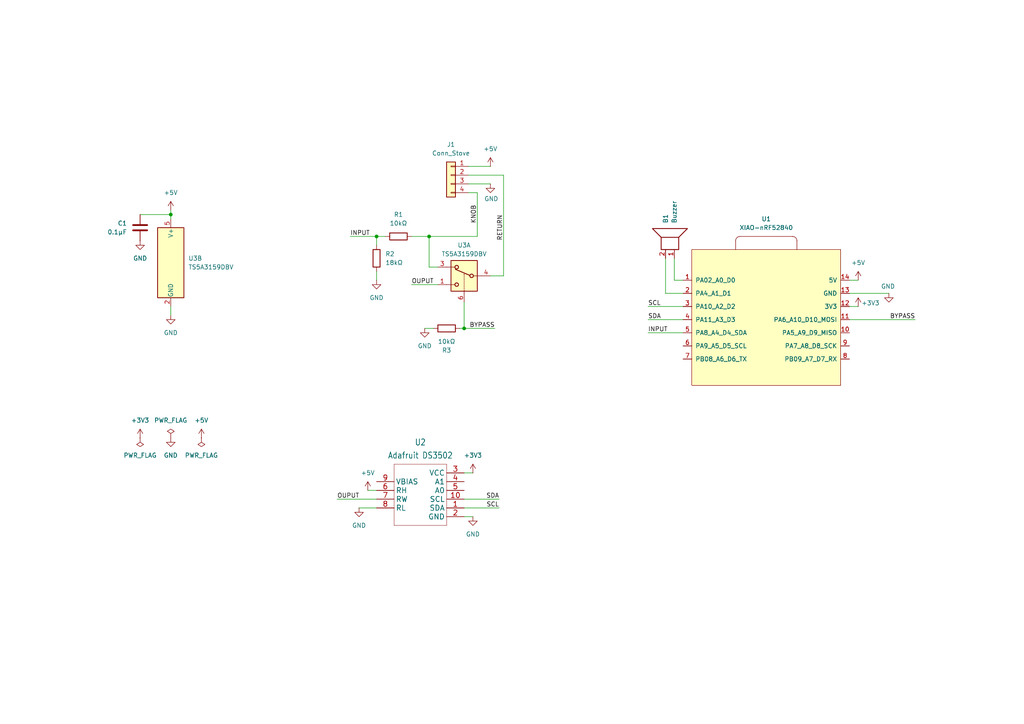
<source format=kicad_sch>
(kicad_sch (version 20250114) (generator "eeschema") (generator_version "9.0")
  (paper "A4")
  (lib_symbols
    (symbol "library:C" (pin_numbers (hide yes)) (pin_names (offset 0.254))
      (property "Reference" "C" (at 0.635 2.54 0))
      (property "Value" "C" (at 0.635 -2.54 0))
      (symbol "C_0_1"
        (polyline (pts (xy -2.032 0.762) (xy 2.032 0.762)) (stroke (width 0.508)))
        (polyline (pts (xy -2.032 -0.762) (xy 2.032 -0.762)) (stroke (width 0.508)))
      )
      (symbol "C_1_1"
        (pin passive line (at 0 3.81 270) (length 2.794) (name "~") (number "1"))
        (pin passive line (at 0 -3.81 90) (length 2.794) (name "~") (number "2"))
      )
    )
    (symbol "library:Conn_01x04" (pin_names (offset 1.016) (hide yes))
      (property "Reference" "J" (at 0 5.08 0))
      (property "Value" "Conn_01x04" (at 0 -7.62 0))
      (symbol "Conn_01x04_1_1"
        (rectangle (start -1.27 3.81) (end 1.27 -6.35) (stroke (width 0.254)) (fill (type background)))
        (rectangle (start -1.27 2.667) (end 0 2.413) (stroke (width 0.1524)))
        (rectangle (start -1.27 0.127) (end 0 -0.127) (stroke (width 0.1524)))
        (rectangle (start -1.27 -2.413) (end 0 -2.667) (stroke (width 0.1524)))
        (rectangle (start -1.27 -4.953) (end 0 -5.207) (stroke (width 0.1524)))
        (pin passive line (at -5.08 2.54 0) (length 3.81) (name "Pin_1") (number "1"))
        (pin passive line (at -5.08 0 0) (length 3.81) (name "Pin_2") (number "2"))
        (pin passive line (at -5.08 -2.54 0) (length 3.81) (name "Pin_3") (number "3"))
        (pin passive line (at -5.08 -5.08 0) (length 3.81) (name "Pin_4") (number "4"))
      )
    )
    (symbol "library:DS3502"
      (symbol "DS3502_1_0"
        (polyline (pts (xy -7.62 10.16) (xy -7.62 -7.62)) (stroke (width 0.1016)))
        (polyline (pts (xy -7.62 -7.62) (xy 7.62 -7.62)) (stroke (width 0.1016)))
        (polyline (pts (xy 7.62 10.16) (xy -7.62 10.16)) (stroke (width 0.1016)))
        (polyline (pts (xy 7.62 -7.62) (xy 7.62 10.16)) (stroke (width 0.1016)))
        (pin power_in line (at -12.7 7.62 0) (length 5.08) (name "VCC") (number "3"))
        (pin input line (at -12.7 5.08 0) (length 5.08) (name "A1") (number "4"))
        (pin input line (at -12.7 2.54 0) (length 5.08) (name "A0") (number "5"))
        (pin input line (at -12.7 0 0) (length 5.08) (name "SCL") (number "10"))
        (pin bidirectional line (at -12.7 -2.54 0) (length 5.08) (name "SDA") (number "1"))
        (pin power_in line (at -12.7 -5.08 0) (length 5.08) (name "GND") (number "2"))
        (pin power_in line (at 12.7 5.08 180) (length 5.08) (name "VBIAS") (number "9"))
        (pin passive line (at 12.7 2.54 180) (length 5.08) (name "RH") (number "6"))
        (pin passive line (at 12.7 0 180) (length 5.08) (name "RW") (number "7"))
        (pin passive line (at 12.7 -2.54 180) (length 5.08) (name "RL") (number "8"))
      )
    )
    (symbol "library:R" (pin_numbers (hide yes)) (pin_names (offset 0))
      (property "Reference" "R" (at 2.032 0 90))
      (property "Value" "R" (at 0 0 90))
      (symbol "R_0_1"
        (rectangle (start -1.016 -2.54) (end 1.016 2.54) (stroke (width 0.254)))
      )
      (symbol "R_1_1"
        (pin passive line (at 0 3.81 270) (length 1.27) (name "~") (number "1"))
        (pin passive line (at 0 -3.81 90) (length 1.27) (name "~") (number "2"))
      )
    )
    (symbol "library:Speaker" (pin_names (offset 0) (hide yes))
      (property "Reference" "LS" (at 1.27 5.715 0))
      (property "Value" "Speaker" (at 1.27 3.81 0))
      (symbol "Speaker_0_0"
        (rectangle (start -2.54 1.27) (end 1.016 -3.81) (stroke (width 0.254)))
        (polyline (pts (xy 1.016 1.27) (xy 3.556 3.81) (xy 3.556 -6.35) (xy 1.016 -3.81)) (stroke (width 0.254)))
      )
      (symbol "Speaker_1_1"
        (pin input line (at -5.08 0 0) (length 2.54) (name "1") (number "1"))
        (pin input line (at -5.08 -2.54 0) (length 2.54) (name "2") (number "2"))
      )
    )
    (symbol "library:TS5A3159DBV" (pin_names (offset 0.127))
      (property "Reference" "U" (at -3.175 7.239 0))
      (property "Value" "TS5A3159DBV" (at -3.175 5.461 0))
      (symbol "TS5A3159DBV_1_1"
        (polyline (pts (xy -5.08 0) (xy -2.794 0)))
        (rectangle (start -3.81 4.445) (end 3.81 -4.445) (stroke (width 0.254)) (fill (type background)))
        (circle (center -2.159 0) (radius 0.508) (stroke (width 0.254)))
        (polyline (pts (xy -1.651 0.127) (xy 2.54 1.905)) (stroke (width 0.254)))
        (polyline (pts (xy 0 0.254) (xy 0 0.508)))
        (polyline (pts (xy 0 0.254) (xy 0 0.508)))
        (polyline (pts (xy 0 -0.254) (xy 0 0)))
        (polyline (pts (xy 0 -0.762) (xy 0 -0.508)))
        (polyline (pts (xy 0 -1.27) (xy 0 -1.016)))
        (polyline (pts (xy 0 -1.778) (xy 0 -1.524)))
        (polyline (pts (xy 0 -2.286) (xy 0 -2.032)))
        (polyline (pts (xy 0 -2.794) (xy 0 -2.54)))
        (polyline (pts (xy 0 -3.302) (xy 0 -3.048)))
        (polyline (pts (xy 0 -3.81) (xy 0 -3.556)))
        (polyline (pts (xy 0 -4.318) (xy 0 -4.064)))
        (polyline (pts (xy 0 -5.08) (xy 0 -4.572)))
        (circle (center 2.159 2.54) (radius 0.508) (stroke (width 0.254)))
        (circle (center 2.159 -2.54) (radius 0.508) (stroke (width 0.254)))
        (polyline (pts (xy 5.08 2.54) (xy 2.794 2.54)))
        (polyline (pts (xy 5.08 -2.54) (xy 2.794 -2.54)))
        (pin passive line (at -7.62 0 0) (length 2.54) (name "~") (number "4"))
        (pin input line (at 0 -7.62 90) (length 2.54) (name "~") (number "6"))
        (pin passive line (at 7.62 2.54 180) (length 2.54) (name "~") (number "3"))
        (pin passive line (at 7.62 -2.54 180) (length 2.54) (name "~") (number "1"))
      )
      (symbol "TS5A3159DBV_2_0"
        (pin power_in line (at 0 12.7 270) (length 2.54) (name "V+") (number "5"))
        (pin power_in line (at 0 -12.7 90) (length 2.54) (name "GND") (number "2"))
      )
      (symbol "TS5A3159DBV_2_1"
        (rectangle (start -3.81 10.16) (end 3.81 -10.16) (stroke (width 0.254)) (fill (type background)))
      )
    )
    (symbol "library:XIAO-nRF52840-DIP" (pin_names (offset 1.016))
      (property "Reference" "U" (at -21.082 21.336 0))
      (property "Value" "XIAO-nRF52840-DIP" (at -11.684 -21.082 0))
      (symbol "XIAO-nRF52840-DIP_1_1"
        (rectangle (start -21.59 20.32) (end 21.59 -19.05) (fill (type background)))
        (polyline (pts (xy -8.89 22.86) (xy -8.89 20.32)))
        (polyline (pts (xy -7.62 24.13) (xy 7.62 24.13)))
        (arc (start -8.89 22.86) (mid -8.518 23.758) (end -7.62 24.13))
        (arc (start 7.62 24.13) (mid 7.62 24.13) (end 7.62 24.13))
        (arc (start 7.62 24.13) (mid 8.518 23.758) (end 8.89 22.86))
        (polyline (pts (xy 8.89 22.86) (xy 8.89 20.32)))
        (arc (start 8.89 22.86) (mid 8.89 22.86) (end 8.89 22.86))
        (pin passive line (at -24.13 11.43 0) (length 2.54) (name "PA02_A0_D0") (number "1"))
        (pin passive line (at -24.13 7.62 0) (length 2.54) (name "PA4_A1_D1") (number "2"))
        (pin passive line (at -24.13 3.81 0) (length 2.54) (name "PA10_A2_D2") (number "3"))
        (pin passive line (at -24.13 0 0) (length 2.54) (name "PA11_A3_D3") (number "4"))
        (pin passive line (at -24.13 -3.81 0) (length 2.54) (name "PA8_A4_D4_SDA") (number "5"))
        (pin passive line (at -24.13 -7.62 0) (length 2.54) (name "PA9_A5_D5_SCL") (number "6"))
        (pin passive line (at -24.13 -11.43 0) (length 2.54) (name "PB08_A6_D6_TX") (number "7"))
        (pin passive line (at 24.13 11.43 180) (length 2.54) (name "5V") (number "14"))
        (pin passive line (at 24.13 7.62 180) (length 2.54) (name "GND") (number "13"))
        (pin passive line (at 24.13 3.81 180) (length 2.54) (name "3V3") (number "12"))
        (pin passive line (at 24.13 0 180) (length 2.54) (name "PA6_A10_D10_MOSI") (number "11"))
        (pin passive line (at 24.13 -3.81 180) (length 2.54) (name "PA5_A9_D9_MISO") (number "10"))
        (pin passive line (at 24.13 -7.62 180) (length 2.54) (name "PA7_A8_D8_SCK") (number "9"))
        (pin passive line (at 24.13 -11.43 180) (length 2.54) (name "PB09_A7_D7_RX") (number "8"))
      )
    )
    (symbol "power:+3V3" (power) (pin_numbers (hide yes)) (pin_names (offset 0) (hide yes))
      (property "Value" "+3V3" (at 0 3.556 0))
      (symbol "+3V3_0_1"
        (polyline (pts (xy -0.762 1.27) (xy 0 2.54)))
        (polyline (pts (xy 0 2.54) (xy 0.762 1.27)))
        (polyline (pts (xy 0 0) (xy 0 2.54)))
      )
      (symbol "+3V3_1_1"
        (pin power_in line (at 0 0 90) (length 0) (name "~") (number "1"))
      )
    )
    (symbol "power:+5V" (power) (pin_numbers (hide yes)) (pin_names (offset 0) (hide yes))
      (property "Value" "+5V" (at 0 3.556 0))
      (symbol "+5V_0_1"
        (polyline (pts (xy -0.762 1.27) (xy 0 2.54)))
        (polyline (pts (xy 0 2.54) (xy 0.762 1.27)))
        (polyline (pts (xy 0 0) (xy 0 2.54)))
      )
      (symbol "+5V_1_1"
        (pin power_in line (at 0 0 90) (length 0) (name "~") (number "1"))
      )
    )
    (symbol "power:GND" (power) (pin_numbers (hide yes)) (pin_names (offset 0) (hide yes))
      (property "Value" "GND" (at 0 -3.81 0))
      (symbol "GND_0_1"
        (polyline (pts (xy 0 0) (xy 0 -1.27) (xy 1.27 -1.27) (xy 0 -2.54) (xy -1.27 -1.27) (xy 0 -1.27)))
      )
      (symbol "GND_1_1"
        (pin power_in line (at 0 0 270) (length 0) (name "~") (number "1"))
      )
    )
    (symbol "power:PWR_FLAG" (power) (pin_numbers (hide yes)) (pin_names (offset 0) (hide yes))
      (property "Value" "PWR_FLAG" (at 0 3.81 0))
      (symbol "PWR_FLAG_0_0"
        (pin power_out line (at 0 0 90) (length 0) (name "~") (number "1"))
      )
      (symbol "PWR_FLAG_0_1"
        (polyline (pts (xy 0 0) (xy 0 1.27) (xy -1.016 1.905) (xy 0 2.54) (xy 1.016 1.905) (xy 0 1.27)))
      )
    )
  )
  (junction (at 124.46 68.58))
  (junction (at 134.62 95.25))
  (junction (at 109.22 68.58))
  (junction (at 49.53 62.23))
  (wire (pts (xy 109.22 78.74) (xy 109.22 81.28)))
  (wire (pts (xy 124.46 68.58) (xy 124.46 77.47)))
  (wire (pts (xy 246.38 81.28) (xy 248.92 81.28)))
  (wire (pts (xy 124.46 68.58) (xy 119.38 68.58)))
  (wire (pts (xy 134.62 95.25) (xy 133.35 95.25)))
  (wire (pts (xy 125.73 95.25) (xy 123.19 95.25)))
  (wire (pts (xy 187.96 88.9) (xy 198.12 88.9)))
  (wire (pts (xy 138.43 55.88) (xy 135.89 55.88)))
  (wire (pts (xy 135.89 53.34) (xy 142.24 53.34)))
  (wire (pts (xy 109.22 71.12) (xy 109.22 68.58)))
  (wire (pts (xy 195.58 81.28) (xy 195.58 74.93)))
  (wire (pts (xy 109.22 147.32) (xy 104.14 147.32)))
  (wire (pts (xy 97.79 144.78) (xy 109.22 144.78)))
  (wire (pts (xy 198.12 81.28) (xy 195.58 81.28)))
  (wire (pts (xy 49.53 60.96) (xy 49.53 62.23)))
  (wire (pts (xy 246.38 85.09) (xy 257.81 85.09)))
  (wire (pts (xy 138.43 55.88) (xy 138.43 68.58)))
  (wire (pts (xy 198.12 92.71) (xy 187.96 92.71)))
  (wire (pts (xy 246.38 92.71) (xy 265.43 92.71)))
  (wire (pts (xy 124.46 68.58) (xy 138.43 68.58)))
  (wire (pts (xy 134.62 144.78) (xy 144.78 144.78)))
  (wire (pts (xy 127 77.47) (xy 124.46 77.47)))
  (wire (pts (xy 119.38 82.55) (xy 127 82.55)))
  (wire (pts (xy 109.22 142.24) (xy 106.68 142.24)))
  (wire (pts (xy 146.05 50.8) (xy 135.89 50.8)))
  (wire (pts (xy 134.62 95.25) (xy 143.51 95.25)))
  (wire (pts (xy 146.05 80.01) (xy 142.24 80.01)))
  (wire (pts (xy 109.22 68.58) (xy 111.76 68.58)))
  (wire (pts (xy 137.16 137.16) (xy 134.62 137.16)))
  (wire (pts (xy 137.16 149.86) (xy 134.62 149.86)))
  (wire (pts (xy 49.53 62.23) (xy 40.64 62.23)))
  (wire (pts (xy 246.38 88.9) (xy 248.92 88.9)))
  (wire (pts (xy 187.96 96.52) (xy 198.12 96.52)))
  (wire (pts (xy 144.78 147.32) (xy 134.62 147.32)))
  (wire (pts (xy 49.53 62.23) (xy 49.53 63.5)))
  (wire (pts (xy 198.12 85.09) (xy 193.04 85.09)))
  (wire (pts (xy 146.05 50.8) (xy 146.05 80.01)))
  (wire (pts (xy 101.6 68.58) (xy 109.22 68.58)))
  (wire (pts (xy 134.62 87.63) (xy 134.62 95.25)))
  (wire (pts (xy 193.04 85.09) (xy 193.04 74.93)))
  (wire (pts (xy 135.89 48.26) (xy 142.24 48.26)))
  (wire (pts (xy 49.53 88.9) (xy 49.53 91.44)))
  (label "KNOB" (at 138.43 64.77 90))
  (label "BYPASS" (at 265.43 92.71 180))
  (label "BYPASS" (at 143.51 95.25 180))
  (label "SCL" (at 187.96 88.9 0))
  (label "INPUT" (at 101.6 68.58 0))
  (label "OUPUT" (at 119.38 82.55 0))
  (label "SDA" (at 187.96 92.71 0))
  (label "RETURN" (at 146.05 62.23 270))
  (label "OUPUT" (at 97.79 144.78 0))
  (label "SCL" (at 144.78 147.32 180))
  (label "INPUT" (at 187.96 96.52 0))
  (label "SDA" (at 144.78 144.78 180))
  (symbol (lib_id "library:R") (at 109.22 74.93 0) (unit 1)
    (property "Reference" "R2" (at 111.76 73.6599 0) (effects (justify left)))
    (property "Value" "18kΩ" (at 111.76 76.1999 0) (effects (justify left)))
    (property "Footprint" "Resistor_THT:R_Axial_DIN0207_L6.3mm_D2.5mm_P10.16mm_Horizontal" (effects (hide yes)))
    (property "Description" "Resistor" (effects (hide yes)))
  )
  (symbol (lib_id "power:+5V") (at 49.53 60.96 0) (mirror y) (unit 1)
    (property "Reference" "#PWR011" (effects (hide yes)))
    (property "Value" "+5V" (at 49.53 55.88 0))
    (property "Description" "Power symbol creates a global label with name \"+5V\"" (effects (hide yes)))
  )
  (symbol (lib_id "power:+5V") (at 248.92 81.28 0) (unit 1)
    (property "Reference" "#PWR08" (effects (hide yes)))
    (property "Value" "+5V" (at 248.92 76.2 0))
    (property "Description" "Power symbol creates a global label with name \"+5V\"" (effects (hide yes)))
  )
  (symbol (lib_id "power:+3V3") (at 248.92 88.9 0) (unit 1)
    (property "Reference" "#PWR012" (effects (hide yes)))
    (property "Value" "+3V3" (at 252.476 87.884 0))
    (property "Description" "Power symbol creates a global label with name \"+3V3\"" (effects (hide yes)))
  )
  (symbol (lib_id "library:XIAO-nRF52840-DIP") (at 222.25 92.71 0) (unit 1)
    (property "Reference" "U1" (at 222.25 63.5 0))
    (property "Value" "XIAO-nRF52840" (at 222.25 66.04 0))
    (property "Footprint" "Package_DIP:DIP-14_W7.62mm" (effects (hide yes)))
  )
  (symbol (lib_id "library:Conn_01x04") (at 130.81 50.8 0) (mirror y) (unit 1)
    (property "Reference" "J1" (at 130.81 41.91 0))
    (property "Value" "Conn_Stove" (at 130.81 44.45 0))
    (property "Footprint" "Connector_PinHeader_2.54mm:PinHeader_1x04_P2.54mm_Vertical" (effects (hide yes)))
    (property "Description" "Generic connector, single row, 01x04, script generated (kicad-library-utils/schlib/autogen/connector/)" (effects (hide yes)))
  )
  (symbol (lib_id "power:GND") (at 123.19 95.25 0) (mirror y) (unit 1)
    (property "Reference" "#PWR05" (effects (hide yes)))
    (property "Value" "GND" (at 123.19 100.33 0))
    (property "Description" "Power symbol creates a global label with name \"GND\" , ground" (effects (hide yes)))
  )
  (symbol (lib_id "power:GND") (at 49.53 91.44 0) (mirror y) (unit 1)
    (property "Reference" "#PWR010" (effects (hide yes)))
    (property "Value" "GND" (at 49.53 96.52 0))
    (property "Description" "Power symbol creates a global label with name \"GND\" , ground" (effects (hide yes)))
  )
  (symbol (lib_id "library:TS5A3159DBV") (at 49.53 76.2 0) (unit 2)
    (property "Reference" "U3" (at 54.61 74.9299 0) (effects (justify left)))
    (property "Value" "TS5A3159DBV" (at 54.61 77.4699 0) (effects (justify left)))
    (property "Footprint" "Package_DIP:DIP-6_W7.62mm" (effects (hide yes)))
    (property "Datasheet" "http://www.ti.com/lit/ds/symlink/ts5a3159.pdf" (effects (hide yes)))
    (property "Description" "Single SPDT Analog Switch, 1.65-V to 5.5-V Single-Supply Operation, 1Ohm Ron, SOT-23-6" (effects (hide yes)))
  )
  (symbol (lib_id "library:Speaker") (at 195.58 69.85 270) (mirror x) (unit 1)
    (property "Reference" "B1" (at 193.0399 64.77 0) (effects (justify left)))
    (property "Value" "Buzzer" (at 195.5799 64.77 0) (effects (justify left)))
    (property "Footprint" "Buzzer_Beeper:Buzzer_TDK_PS1240P02BT_D12.2mm_H6.5mm" (effects (hide yes)))
    (property "Description" "Speaker" (effects (hide yes)))
  )
  (symbol (lib_id "power:PWR_FLAG") (at 40.64 127 180) (unit 1)
    (property "Reference" "#FLG03" (effects (hide yes)))
    (property "Value" "PWR_FLAG" (at 40.64 132.08 0))
    (property "Description" "Special symbol for telling ERC where power comes from" (effects (hide yes)))
  )
  (symbol (lib_id "power:GND") (at 49.53 127 0) (mirror y) (unit 1)
    (property "Reference" "#PWR017" (effects (hide yes)))
    (property "Value" "GND" (at 49.53 132.08 0))
    (property "Description" "Power symbol creates a global label with name \"GND\" , ground" (effects (hide yes)))
  )
  (symbol (lib_id "power:+5V") (at 142.24 48.26 0) (mirror y) (unit 1)
    (property "Reference" "#PWR01" (effects (hide yes)))
    (property "Value" "+5V" (at 142.24 43.18 0))
    (property "Description" "Power symbol creates a global label with name \"+5V\"" (effects (hide yes)))
  )
  (symbol (lib_id "power:+5V") (at 106.68 142.24 0) (mirror y) (unit 1)
    (property "Reference" "#PWR06" (effects (hide yes)))
    (property "Value" "+5V" (at 106.68 137.16 0))
    (property "Description" "Power symbol creates a global label with name \"+5V\"" (effects (hide yes)))
  )
  (symbol (lib_id "power:GND") (at 40.64 69.85 0) (mirror y) (unit 1)
    (property "Reference" "#PWR013" (effects (hide yes)))
    (property "Value" "GND" (at 40.64 74.93 0))
    (property "Description" "Power symbol creates a global label with name \"GND\" , ground" (effects (hide yes)))
  )
  (symbol (lib_id "power:GND") (at 109.22 81.28 0) (unit 1)
    (property "Reference" "#PWR04" (effects (hide yes)))
    (property "Value" "GND" (at 109.22 86.36 0))
    (property "Description" "Power symbol creates a global label with name \"GND\" , ground" (effects (hide yes)))
  )
  (symbol (lib_id "power:GND") (at 104.14 147.32 0) (mirror y) (unit 1)
    (property "Reference" "#PWR016" (effects (hide yes)))
    (property "Value" "GND" (at 104.14 152.4 0))
    (property "Description" "Power symbol creates a global label with name \"GND\" , ground" (effects (hide yes)))
  )
  (symbol (lib_id "power:+3V3") (at 137.16 137.16 0) (mirror y) (unit 1)
    (property "Reference" "#PWR07" (effects (hide yes)))
    (property "Value" "+3V3" (at 137.16 132.08 0))
    (property "Description" "Power symbol creates a global label with name \"+3V3\"" (effects (hide yes)))
  )
  (symbol (lib_id "library:R") (at 115.57 68.58 270) (mirror x) (unit 1)
    (property "Reference" "R1" (at 115.57 62.23 90))
    (property "Value" "10kΩ" (at 115.57 64.77 90))
    (property "Footprint" "Resistor_THT:R_Axial_DIN0207_L6.3mm_D2.5mm_P10.16mm_Horizontal" (effects (hide yes)))
    (property "Description" "Resistor" (effects (hide yes)))
  )
  (symbol (lib_id "power:PWR_FLAG") (at 49.53 127 0) (mirror y) (unit 1)
    (property "Reference" "#FLG02" (effects (hide yes)))
    (property "Value" "PWR_FLAG" (at 49.53 121.92 0))
    (property "Description" "Special symbol for telling ERC where power comes from" (effects (hide yes)))
  )
  (symbol (lib_id "power:PWR_FLAG") (at 58.42 127 180) (unit 1)
    (property "Reference" "#FLG01" (effects (hide yes)))
    (property "Value" "PWR_FLAG" (at 58.42 132.08 0))
    (property "Description" "Special symbol for telling ERC where power comes from" (effects (hide yes)))
  )
  (symbol (lib_id "power:+5V") (at 58.42 127 0) (mirror y) (unit 1)
    (property "Reference" "#PWR018" (effects (hide yes)))
    (property "Value" "+5V" (at 58.42 121.92 0))
    (property "Description" "Power symbol creates a global label with name \"+5V\"" (effects (hide yes)))
  )
  (symbol (lib_id "library:TS5A3159DBV") (at 134.62 80.01 0) (mirror y) (unit 1)
    (property "Reference" "U3" (at 134.62 71.12 0))
    (property "Value" "TS5A3159DBV" (at 134.62 73.66 0))
    (property "Footprint" "Package_DIP:DIP-6_W7.62mm" (effects (hide yes)))
    (property "Datasheet" "http://www.ti.com/lit/ds/symlink/ts5a3159.pdf" (effects (hide yes)))
    (property "Description" "Single SPDT Analog Switch, 1.65-V to 5.5-V Single-Supply Operation, 1Ohm Ron, SOT-23-6" (effects (hide yes)))
  )
  (symbol (lib_id "library:R") (at 129.54 95.25 270) (unit 1)
    (property "Reference" "R3" (at 129.54 101.6 90))
    (property "Value" "10kΩ" (at 129.54 99.06 90))
    (property "Footprint" "Resistor_THT:R_Axial_DIN0207_L6.3mm_D2.5mm_P10.16mm_Horizontal" (effects (hide yes)))
    (property "Description" "Resistor" (effects (hide yes)))
  )
  (symbol (lib_id "power:GND") (at 142.24 53.34 0) (mirror y) (unit 1)
    (property "Reference" "#PWR02" (effects (hide yes)))
    (property "Value" "GND" (at 142.494 57.658 0))
    (property "Description" "Power symbol creates a global label with name \"GND\" , ground" (effects (hide yes)))
  )
  (symbol (lib_id "power:+3V3") (at 40.64 127 0) (mirror y) (unit 1)
    (property "Reference" "#PWR019" (effects (hide yes)))
    (property "Value" "+3V3" (at 40.64 121.92 0))
    (property "Description" "Power symbol creates a global label with name \"+3V3\"" (effects (hide yes)))
  )
  (symbol (lib_id "power:GND") (at 137.16 149.86 0) (mirror y) (unit 1)
    (property "Reference" "#PWR03" (effects (hide yes)))
    (property "Value" "GND" (at 137.16 154.94 0))
    (property "Description" "Power symbol creates a global label with name \"GND\" , ground" (effects (hide yes)))
  )
  (symbol (lib_id "power:GND") (at 257.81 85.09 0) (unit 1)
    (property "Reference" "#PWR09" (effects (hide yes)))
    (property "Value" "GND" (at 257.556 83.058 0))
    (property "Description" "Power symbol creates a global label with name \"GND\" , ground" (effects (hide yes)))
  )
  (symbol (lib_id "library:C") (at 40.64 66.04 0) (mirror y) (unit 1)
    (property "Reference" "C1" (at 36.83 64.7699 0) (effects (justify left)))
    (property "Value" "0.1µF" (at 36.83 67.3099 0) (effects (justify left)))
    (property "Footprint" "Capacitor_THT:C_Disc_D5.0mm_W2.5mm_P5.00mm" (effects (hide yes)))
    (property "Description" "Unpolarized capacitor" (effects (hide yes)))
  )
  (symbol (lib_id "library:DS3502") (at 121.92 144.78 0) (mirror y) (unit 1)
    (property "Reference" "U2" (at 121.92 128.27 0) (effects (font (size 1.778 1.5113))))
    (property "Value" "Adafruit DS3502" (at 121.92 132.08 0) (effects (font (size 1.778 1.5113))))
    (property "Footprint" "Package_DIP:DIP-12_W7.62mm" (effects (hide yes)))
  )
)
</source>
